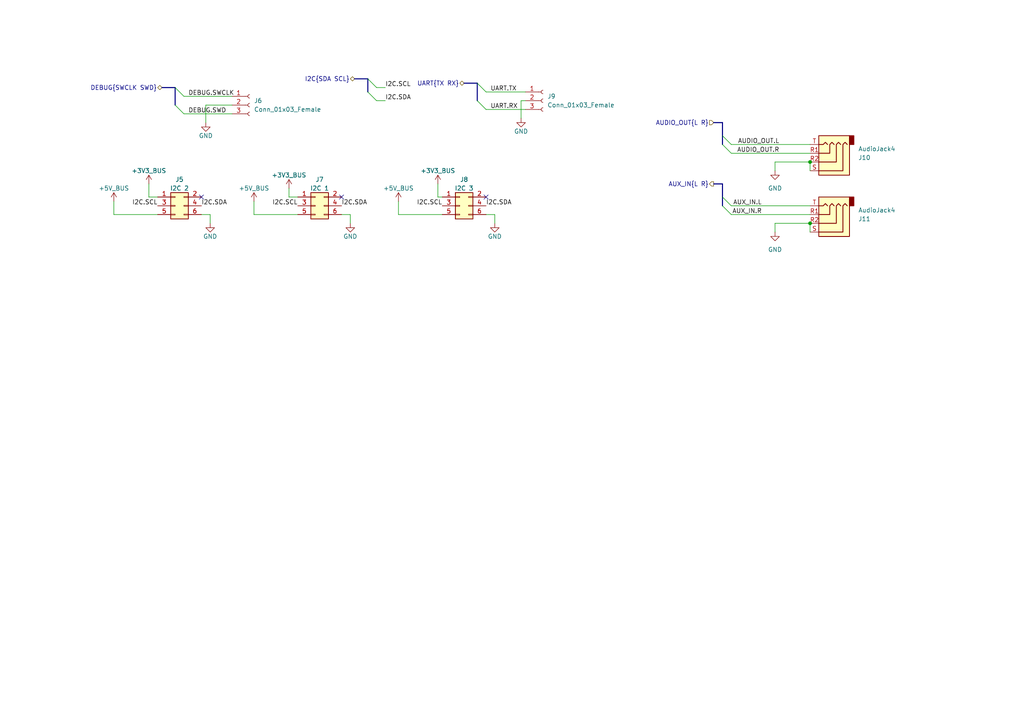
<source format=kicad_sch>
(kicad_sch (version 20221004) (generator eeschema)

  (uuid 41f60a24-fa12-4272-b921-89837736b0b1)

  (paper "A4")

  (lib_symbols
    (symbol "Conn_01x03_Female_1" (pin_names (offset 1.016) hide) (in_bom yes) (on_board yes)
      (property "Reference" "J" (at 0 5.08 0)
        (effects (font (size 1.27 1.27)))
      )
      (property "Value" "Conn_01x03_Female" (at 0 -5.08 0)
        (effects (font (size 1.27 1.27)))
      )
      (property "Footprint" "" (at 0 0 0)
        (effects (font (size 1.27 1.27)) hide)
      )
      (property "Datasheet" "~" (at 0 0 0)
        (effects (font (size 1.27 1.27)) hide)
      )
      (property "ki_keywords" "connector" (at 0 0 0)
        (effects (font (size 1.27 1.27)) hide)
      )
      (property "ki_description" "Generic connector, single row, 01x03, script generated (kicad-library-utils/schlib/autogen/connector/)" (at 0 0 0)
        (effects (font (size 1.27 1.27)) hide)
      )
      (property "ki_fp_filters" "Connector*:*_1x??_*" (at 0 0 0)
        (effects (font (size 1.27 1.27)) hide)
      )
      (symbol "Conn_01x03_Female_1_1_1"
        (arc (start 0 -2.032) (mid -0.5058 -2.54) (end 0 -3.048)
          (stroke (width 0.1524) (type default))
          (fill (type none))
        )
        (polyline
          (pts
            (xy -1.27 -2.54)
            (xy -0.508 -2.54)
          )
          (stroke (width 0.1524) (type default))
          (fill (type none))
        )
        (polyline
          (pts
            (xy -1.27 0)
            (xy -0.508 0)
          )
          (stroke (width 0.1524) (type default))
          (fill (type none))
        )
        (polyline
          (pts
            (xy -1.27 2.54)
            (xy -0.508 2.54)
          )
          (stroke (width 0.1524) (type default))
          (fill (type none))
        )
        (arc (start 0 0.508) (mid -0.5058 0) (end 0 -0.508)
          (stroke (width 0.1524) (type default))
          (fill (type none))
        )
        (arc (start 0 3.048) (mid -0.5058 2.54) (end 0 2.032)
          (stroke (width 0.1524) (type default))
          (fill (type none))
        )
        (pin passive line (at -5.08 2.54 0) (length 3.81)
          (name "Pin_1" (effects (font (size 1.27 1.27))))
          (number "1" (effects (font (size 1.27 1.27))))
        )
        (pin passive line (at -5.08 0 0) (length 3.81)
          (name "Pin_2" (effects (font (size 1.27 1.27))))
          (number "2" (effects (font (size 1.27 1.27))))
        )
        (pin passive line (at -5.08 -2.54 0) (length 3.81)
          (name "Pin_3" (effects (font (size 1.27 1.27))))
          (number "3" (effects (font (size 1.27 1.27))))
        )
      )
    )
    (symbol "Connector:AudioJack4" (in_bom yes) (on_board yes)
      (property "Reference" "J" (at 0 8.89 0)
        (effects (font (size 1.27 1.27)))
      )
      (property "Value" "AudioJack4" (at 0 6.35 0)
        (effects (font (size 1.27 1.27)))
      )
      (property "Footprint" "" (at 0 0 0)
        (effects (font (size 1.27 1.27)) hide)
      )
      (property "Datasheet" "~" (at 0 0 0)
        (effects (font (size 1.27 1.27)) hide)
      )
      (property "ki_keywords" "audio jack receptacle stereo headphones TRRS connector" (at 0 0 0)
        (effects (font (size 1.27 1.27)) hide)
      )
      (property "ki_description" "Audio Jack, 4 Poles (TRRS)" (at 0 0 0)
        (effects (font (size 1.27 1.27)) hide)
      )
      (property "ki_fp_filters" "Jack*" (at 0 0 0)
        (effects (font (size 1.27 1.27)) hide)
      )
      (symbol "AudioJack4_0_1"
        (rectangle (start -6.35 -5.08) (end -7.62 -7.62)
          (stroke (width 0.254) (type default))
          (fill (type outline))
        )
        (polyline
          (pts
            (xy 0 -5.08)
            (xy 0.635 -5.715)
            (xy 1.27 -5.08)
            (xy 2.54 -5.08)
          )
          (stroke (width 0.254) (type default))
          (fill (type none))
        )
        (polyline
          (pts
            (xy -5.715 -5.08)
            (xy -5.08 -5.715)
            (xy -4.445 -5.08)
            (xy -4.445 2.54)
            (xy 2.54 2.54)
          )
          (stroke (width 0.254) (type default))
          (fill (type none))
        )
        (polyline
          (pts
            (xy -1.905 -5.08)
            (xy -1.27 -5.715)
            (xy -0.635 -5.08)
            (xy -0.635 -2.54)
            (xy 2.54 -2.54)
          )
          (stroke (width 0.254) (type default))
          (fill (type none))
        )
        (polyline
          (pts
            (xy 2.54 0)
            (xy -2.54 0)
            (xy -2.54 -5.08)
            (xy -3.175 -5.715)
            (xy -3.81 -5.08)
          )
          (stroke (width 0.254) (type default))
          (fill (type none))
        )
        (rectangle (start 2.54 3.81) (end -6.35 -7.62)
          (stroke (width 0.254) (type default))
          (fill (type background))
        )
      )
      (symbol "AudioJack4_1_1"
        (pin passive line (at 5.08 -2.54 180) (length 2.54)
          (name "~" (effects (font (size 1.27 1.27))))
          (number "R1" (effects (font (size 1.27 1.27))))
        )
        (pin passive line (at 5.08 0 180) (length 2.54)
          (name "~" (effects (font (size 1.27 1.27))))
          (number "R2" (effects (font (size 1.27 1.27))))
        )
        (pin passive line (at 5.08 2.54 180) (length 2.54)
          (name "~" (effects (font (size 1.27 1.27))))
          (number "S" (effects (font (size 1.27 1.27))))
        )
        (pin passive line (at 5.08 -5.08 180) (length 2.54)
          (name "~" (effects (font (size 1.27 1.27))))
          (number "T" (effects (font (size 1.27 1.27))))
        )
      )
    )
    (symbol "Connector:Conn_01x03_Female" (pin_names (offset 1.016) hide) (in_bom yes) (on_board yes)
      (property "Reference" "J" (at 0 5.08 0)
        (effects (font (size 1.27 1.27)))
      )
      (property "Value" "Conn_01x03_Female" (at 0 -5.08 0)
        (effects (font (size 1.27 1.27)))
      )
      (property "Footprint" "" (at 0 0 0)
        (effects (font (size 1.27 1.27)) hide)
      )
      (property "Datasheet" "~" (at 0 0 0)
        (effects (font (size 1.27 1.27)) hide)
      )
      (property "ki_keywords" "connector" (at 0 0 0)
        (effects (font (size 1.27 1.27)) hide)
      )
      (property "ki_description" "Generic connector, single row, 01x03, script generated (kicad-library-utils/schlib/autogen/connector/)" (at 0 0 0)
        (effects (font (size 1.27 1.27)) hide)
      )
      (property "ki_fp_filters" "Connector*:*_1x??_*" (at 0 0 0)
        (effects (font (size 1.27 1.27)) hide)
      )
      (symbol "Conn_01x03_Female_1_1"
        (arc (start 0 -2.032) (mid -0.5058 -2.54) (end 0 -3.048)
          (stroke (width 0.1524) (type default))
          (fill (type none))
        )
        (polyline
          (pts
            (xy -1.27 -2.54)
            (xy -0.508 -2.54)
          )
          (stroke (width 0.1524) (type default))
          (fill (type none))
        )
        (polyline
          (pts
            (xy -1.27 0)
            (xy -0.508 0)
          )
          (stroke (width 0.1524) (type default))
          (fill (type none))
        )
        (polyline
          (pts
            (xy -1.27 2.54)
            (xy -0.508 2.54)
          )
          (stroke (width 0.1524) (type default))
          (fill (type none))
        )
        (arc (start 0 0.508) (mid -0.5058 0) (end 0 -0.508)
          (stroke (width 0.1524) (type default))
          (fill (type none))
        )
        (arc (start 0 3.048) (mid -0.5058 2.54) (end 0 2.032)
          (stroke (width 0.1524) (type default))
          (fill (type none))
        )
        (pin passive line (at -5.08 2.54 0) (length 3.81)
          (name "Pin_1" (effects (font (size 1.27 1.27))))
          (number "1" (effects (font (size 1.27 1.27))))
        )
        (pin passive line (at -5.08 0 0) (length 3.81)
          (name "Pin_2" (effects (font (size 1.27 1.27))))
          (number "2" (effects (font (size 1.27 1.27))))
        )
        (pin passive line (at -5.08 -2.54 0) (length 3.81)
          (name "Pin_3" (effects (font (size 1.27 1.27))))
          (number "3" (effects (font (size 1.27 1.27))))
        )
      )
    )
    (symbol "Connector_Generic:Conn_02x03_Odd_Even" (pin_names (offset 1.016) hide) (in_bom yes) (on_board yes)
      (property "Reference" "J" (at 1.27 5.08 0)
        (effects (font (size 1.27 1.27)))
      )
      (property "Value" "Conn_02x03_Odd_Even" (at 1.27 -5.08 0)
        (effects (font (size 1.27 1.27)))
      )
      (property "Footprint" "" (at 0 0 0)
        (effects (font (size 1.27 1.27)) hide)
      )
      (property "Datasheet" "~" (at 0 0 0)
        (effects (font (size 1.27 1.27)) hide)
      )
      (property "ki_keywords" "connector" (at 0 0 0)
        (effects (font (size 1.27 1.27)) hide)
      )
      (property "ki_description" "Generic connector, double row, 02x03, odd/even pin numbering scheme (row 1 odd numbers, row 2 even numbers), script generated (kicad-library-utils/schlib/autogen/connector/)" (at 0 0 0)
        (effects (font (size 1.27 1.27)) hide)
      )
      (property "ki_fp_filters" "Connector*:*_2x??_*" (at 0 0 0)
        (effects (font (size 1.27 1.27)) hide)
      )
      (symbol "Conn_02x03_Odd_Even_1_1"
        (rectangle (start -1.27 -2.413) (end 0 -2.667)
          (stroke (width 0.1524) (type default))
          (fill (type none))
        )
        (rectangle (start -1.27 0.127) (end 0 -0.127)
          (stroke (width 0.1524) (type default))
          (fill (type none))
        )
        (rectangle (start -1.27 2.667) (end 0 2.413)
          (stroke (width 0.1524) (type default))
          (fill (type none))
        )
        (rectangle (start -1.27 3.81) (end 3.81 -3.81)
          (stroke (width 0.254) (type default))
          (fill (type background))
        )
        (rectangle (start 3.81 -2.413) (end 2.54 -2.667)
          (stroke (width 0.1524) (type default))
          (fill (type none))
        )
        (rectangle (start 3.81 0.127) (end 2.54 -0.127)
          (stroke (width 0.1524) (type default))
          (fill (type none))
        )
        (rectangle (start 3.81 2.667) (end 2.54 2.413)
          (stroke (width 0.1524) (type default))
          (fill (type none))
        )
        (pin passive line (at -5.08 2.54 0) (length 3.81)
          (name "Pin_1" (effects (font (size 1.27 1.27))))
          (number "1" (effects (font (size 1.27 1.27))))
        )
        (pin passive line (at 7.62 2.54 180) (length 3.81)
          (name "Pin_2" (effects (font (size 1.27 1.27))))
          (number "2" (effects (font (size 1.27 1.27))))
        )
        (pin passive line (at -5.08 0 0) (length 3.81)
          (name "Pin_3" (effects (font (size 1.27 1.27))))
          (number "3" (effects (font (size 1.27 1.27))))
        )
        (pin passive line (at 7.62 0 180) (length 3.81)
          (name "Pin_4" (effects (font (size 1.27 1.27))))
          (number "4" (effects (font (size 1.27 1.27))))
        )
        (pin passive line (at -5.08 -2.54 0) (length 3.81)
          (name "Pin_5" (effects (font (size 1.27 1.27))))
          (number "5" (effects (font (size 1.27 1.27))))
        )
        (pin passive line (at 7.62 -2.54 180) (length 3.81)
          (name "Pin_6" (effects (font (size 1.27 1.27))))
          (number "6" (effects (font (size 1.27 1.27))))
        )
      )
    )
    (symbol "power:GND" (power) (pin_names (offset 0)) (in_bom yes) (on_board yes)
      (property "Reference" "#PWR" (at 0 -6.35 0)
        (effects (font (size 1.27 1.27)) hide)
      )
      (property "Value" "GND" (at 0 -3.81 0)
        (effects (font (size 1.27 1.27)))
      )
      (property "Footprint" "" (at 0 0 0)
        (effects (font (size 1.27 1.27)) hide)
      )
      (property "Datasheet" "" (at 0 0 0)
        (effects (font (size 1.27 1.27)) hide)
      )
      (property "ki_keywords" "power-flag" (at 0 0 0)
        (effects (font (size 1.27 1.27)) hide)
      )
      (property "ki_description" "Power symbol creates a global label with name \"GND\" , ground" (at 0 0 0)
        (effects (font (size 1.27 1.27)) hide)
      )
      (symbol "GND_0_1"
        (polyline
          (pts
            (xy 0 0)
            (xy 0 -1.27)
            (xy 1.27 -1.27)
            (xy 0 -2.54)
            (xy -1.27 -1.27)
            (xy 0 -1.27)
          )
          (stroke (width 0) (type default))
          (fill (type none))
        )
      )
      (symbol "GND_1_1"
        (pin power_in line (at 0 0 270) (length 0) hide
          (name "GND" (effects (font (size 1.27 1.27))))
          (number "1" (effects (font (size 1.27 1.27))))
        )
      )
    )
    (symbol "project_power:+3V3_BUS" (power) (pin_names (offset 0)) (in_bom yes) (on_board yes)
      (property "Reference" "#PWR" (at 0 -3.81 0)
        (effects (font (size 1.27 1.27)) hide)
      )
      (property "Value" "+3V3_BUS" (at 0 3.556 0)
        (effects (font (size 1.27 1.27)))
      )
      (property "Footprint" "" (at 0 0 0)
        (effects (font (size 1.27 1.27)) hide)
      )
      (property "Datasheet" "" (at 0 0 0)
        (effects (font (size 1.27 1.27)) hide)
      )
      (property "ki_keywords" "power-flag" (at 0 0 0)
        (effects (font (size 1.27 1.27)) hide)
      )
      (property "ki_description" "Power symbol creates a global label with name \"+5V\"" (at 0 0 0)
        (effects (font (size 1.27 1.27)) hide)
      )
      (symbol "+3V3_BUS_0_1"
        (polyline
          (pts
            (xy -0.762 1.27)
            (xy 0 2.54)
          )
          (stroke (width 0) (type default))
          (fill (type none))
        )
        (polyline
          (pts
            (xy 0 0)
            (xy 0 2.54)
          )
          (stroke (width 0) (type default))
          (fill (type none))
        )
        (polyline
          (pts
            (xy 0 2.54)
            (xy 0.762 1.27)
          )
          (stroke (width 0) (type default))
          (fill (type none))
        )
      )
      (symbol "+3V3_BUS_1_1"
        (pin power_in line (at 0 0 90) (length 0) hide
          (name "+3V3_BUS" (effects (font (size 1.27 1.27))))
          (number "1" (effects (font (size 1.27 1.27))))
        )
      )
    )
    (symbol "project_power:+5V_BUS" (power) (pin_names (offset 0)) (in_bom yes) (on_board yes)
      (property "Reference" "#PWR" (at 0 -3.81 0)
        (effects (font (size 1.27 1.27)) hide)
      )
      (property "Value" "+5V_BUS" (at 0 3.556 0)
        (effects (font (size 1.27 1.27)))
      )
      (property "Footprint" "" (at 0 0 0)
        (effects (font (size 1.27 1.27)) hide)
      )
      (property "Datasheet" "" (at 0 0 0)
        (effects (font (size 1.27 1.27)) hide)
      )
      (property "ki_keywords" "power-flag" (at 0 0 0)
        (effects (font (size 1.27 1.27)) hide)
      )
      (property "ki_description" "Power symbol creates a global label with name \"+5V\"" (at 0 0 0)
        (effects (font (size 1.27 1.27)) hide)
      )
      (symbol "+5V_BUS_0_1"
        (polyline
          (pts
            (xy -0.762 1.27)
            (xy 0 2.54)
          )
          (stroke (width 0) (type default))
          (fill (type none))
        )
        (polyline
          (pts
            (xy 0 0)
            (xy 0 2.54)
          )
          (stroke (width 0) (type default))
          (fill (type none))
        )
        (polyline
          (pts
            (xy 0 2.54)
            (xy 0.762 1.27)
          )
          (stroke (width 0) (type default))
          (fill (type none))
        )
      )
      (symbol "+5V_BUS_1_1"
        (pin power_in line (at 0 0 90) (length 0) hide
          (name "+5V_BUS" (effects (font (size 1.27 1.27))))
          (number "1" (effects (font (size 1.27 1.27))))
        )
      )
    )
  )

  (junction (at 234.95 46.99) (diameter 0) (color 0 0 0 0)
    (uuid 53c50d8a-a733-430e-a724-e11b621493f3)
  )
  (junction (at 234.95 64.77) (diameter 0) (color 0 0 0 0)
    (uuid 5e4579c3-5b48-4243-b8a8-aca5ab05c41e)
  )

  (no_connect (at 99.06 57.15) (uuid 1f44c433-6b86-49f5-ad86-5351c100775c))
  (no_connect (at 58.42 57.15) (uuid 49af0178-3caa-4d36-93e9-0bb9e6ce9e33))
  (no_connect (at 140.97 57.15) (uuid 7ffc4a8a-93d3-40f9-bc9f-ec51aa61fc7f))

  (bus_entry (at 209.55 41.91) (size 2.54 2.54)
    (stroke (width 0) (type default))
    (uuid 208fd31b-87d8-4495-9ccc-e8e56ddf0b76)
  )
  (bus_entry (at 138.43 29.21) (size 2.54 2.54)
    (stroke (width 0) (type default))
    (uuid 248e3f8d-3fd7-4ec8-924e-abbeee93e25f)
  )
  (bus_entry (at 106.68 22.86) (size 2.54 2.54)
    (stroke (width 0) (type default))
    (uuid 40aef1ae-9824-461a-9819-6ae8e30c9e4c)
  )
  (bus_entry (at 138.43 24.13) (size 2.54 2.54)
    (stroke (width 0) (type default))
    (uuid 545b41d1-a54c-468a-b6e8-81b3cf80f156)
  )
  (bus_entry (at 50.8 25.4) (size 2.54 2.54)
    (stroke (width 0) (type default))
    (uuid 7a0bd905-d9bc-44a6-a184-44449252d5a8)
  )
  (bus_entry (at 209.55 57.15) (size 2.54 2.54)
    (stroke (width 0) (type default))
    (uuid 8e836104-b3d2-46a4-aabe-66222fe3a198)
  )
  (bus_entry (at 106.68 26.67) (size 2.54 2.54)
    (stroke (width 0) (type default))
    (uuid 92f4d242-bec5-4117-b59f-0184db3ce29d)
  )
  (bus_entry (at 209.55 39.37) (size 2.54 2.54)
    (stroke (width 0) (type default))
    (uuid 93029c03-ecc8-4bbc-a595-26f9e458ef15)
  )
  (bus_entry (at 50.8 30.48) (size 2.54 2.54)
    (stroke (width 0) (type default))
    (uuid 97812d3c-13ba-4d04-8c1f-4a41483c490e)
  )
  (bus_entry (at 209.55 59.69) (size 2.54 2.54)
    (stroke (width 0) (type default))
    (uuid ce4f89b7-9416-441c-b22b-7ccc757d9a17)
  )

  (bus (pts (xy 207.01 35.56) (xy 209.55 35.56))
    (stroke (width 0) (type default))
    (uuid 0252f093-7a79-404a-a362-e04e2af2b490)
  )

  (wire (pts (xy 115.57 62.23) (xy 128.27 62.23))
    (stroke (width 0) (type default))
    (uuid 06b1361c-1f99-4df0-8936-0483862e03a6)
  )
  (bus (pts (xy 209.55 59.69) (xy 209.55 57.15))
    (stroke (width 0) (type default))
    (uuid 091bed11-b752-4efd-a76b-f03261fc6d14)
  )

  (wire (pts (xy 140.97 26.67) (xy 152.4 26.67))
    (stroke (width 0) (type default))
    (uuid 092fc6c9-e85e-44c7-bca2-6ff9e62f8a59)
  )
  (wire (pts (xy 43.18 53.34) (xy 43.18 57.15))
    (stroke (width 0) (type default))
    (uuid 12a0250f-7018-48fe-96a5-48783e7de43d)
  )
  (wire (pts (xy 224.79 67.31) (xy 224.79 64.77))
    (stroke (width 0) (type default))
    (uuid 1e7606bc-a56e-4431-80f1-6cfc84eebf8a)
  )
  (wire (pts (xy 224.79 49.53) (xy 224.79 46.99))
    (stroke (width 0) (type default))
    (uuid 24b0c2e5-52e8-417e-9a1e-9abdfd2571d3)
  )
  (wire (pts (xy 60.96 62.23) (xy 58.42 62.23))
    (stroke (width 0) (type default))
    (uuid 25b8bcbc-c9a6-4cb6-90a1-800d71281c95)
  )
  (wire (pts (xy 140.97 31.75) (xy 152.4 31.75))
    (stroke (width 0) (type default))
    (uuid 3def7027-9840-4261-8a99-7dde1b20711f)
  )
  (wire (pts (xy 83.82 54.61) (xy 83.82 57.15))
    (stroke (width 0) (type default))
    (uuid 3fe0c172-c0b9-4d57-977b-837224035315)
  )
  (wire (pts (xy 234.95 67.31) (xy 234.95 64.77))
    (stroke (width 0) (type default))
    (uuid 41a3e22b-f73f-411b-be4a-e103bc26d116)
  )
  (wire (pts (xy 101.6 64.77) (xy 101.6 62.23))
    (stroke (width 0) (type default))
    (uuid 4308974f-cb91-4858-8e01-4787059b97de)
  )
  (wire (pts (xy 101.6 62.23) (xy 99.06 62.23))
    (stroke (width 0) (type default))
    (uuid 4642515f-1b00-46b6-b7f1-1e611ca14c15)
  )
  (wire (pts (xy 53.34 33.02) (xy 67.31 33.02))
    (stroke (width 0) (type default))
    (uuid 51592e15-148d-4ae5-9c16-774563401d0e)
  )
  (wire (pts (xy 152.4 29.21) (xy 151.13 29.21))
    (stroke (width 0) (type default))
    (uuid 535cec4d-533b-4668-ae02-4bb65a496181)
  )
  (wire (pts (xy 109.22 29.21) (xy 111.76 29.21))
    (stroke (width 0) (type default))
    (uuid 54701ce4-73ab-4f01-83be-395b807982f5)
  )
  (wire (pts (xy 59.69 30.48) (xy 59.69 35.56))
    (stroke (width 0) (type default))
    (uuid 59d642df-09bd-498e-afcd-65ab1719aa0f)
  )
  (bus (pts (xy 138.43 24.13) (xy 138.43 29.21))
    (stroke (width 0) (type default))
    (uuid 5e105152-954d-46d3-8cfb-b1ba8e696c55)
  )

  (wire (pts (xy 212.09 41.91) (xy 234.95 41.91))
    (stroke (width 0) (type default))
    (uuid 5f3c211e-8027-40e4-a73e-55593ae10154)
  )
  (wire (pts (xy 83.82 57.15) (xy 86.36 57.15))
    (stroke (width 0) (type default))
    (uuid 65bbcc80-1cbd-4d79-a848-330ef855a415)
  )
  (wire (pts (xy 212.09 59.69) (xy 234.95 59.69))
    (stroke (width 0) (type default))
    (uuid 6eccb51b-16f2-4c7f-98bb-9ca6a1e7a4bc)
  )
  (bus (pts (xy 50.8 25.4) (xy 50.8 30.48))
    (stroke (width 0) (type default))
    (uuid 742e2729-3b7f-42e1-8f10-5ecd04cabe19)
  )

  (wire (pts (xy 127 57.15) (xy 128.27 57.15))
    (stroke (width 0) (type default))
    (uuid 7774fc2c-ea9d-4534-8275-d79f56eab767)
  )
  (bus (pts (xy 134.62 24.13) (xy 138.43 24.13))
    (stroke (width 0) (type default))
    (uuid 790d690c-fc40-4877-a588-662b8a653312)
  )

  (wire (pts (xy 234.95 49.53) (xy 234.95 46.99))
    (stroke (width 0) (type default))
    (uuid 7b29e67d-dce9-4fe0-b4e4-885af4fb6a03)
  )
  (bus (pts (xy 207.01 53.34) (xy 209.55 53.34))
    (stroke (width 0) (type default))
    (uuid 8632b7fb-cd2f-494c-a03d-a18d041b1303)
  )

  (wire (pts (xy 151.13 29.21) (xy 151.13 34.29))
    (stroke (width 0) (type default))
    (uuid 87d59f43-f0b0-4d05-ac65-f69d955f806d)
  )
  (wire (pts (xy 73.66 58.42) (xy 73.66 62.23))
    (stroke (width 0) (type default))
    (uuid a2f768c6-de73-4644-9c8c-b6d0d019bf2a)
  )
  (wire (pts (xy 143.51 62.23) (xy 140.97 62.23))
    (stroke (width 0) (type default))
    (uuid a9de8eff-1acf-4b25-94d9-976cf15718a9)
  )
  (wire (pts (xy 67.31 30.48) (xy 59.69 30.48))
    (stroke (width 0) (type default))
    (uuid ae72df68-8d77-4713-ac89-96cd971abdd1)
  )
  (wire (pts (xy 115.57 58.42) (xy 115.57 62.23))
    (stroke (width 0) (type default))
    (uuid b416b77b-5782-4c77-9134-67529df25041)
  )
  (wire (pts (xy 127 53.34) (xy 127 57.15))
    (stroke (width 0) (type default))
    (uuid b5496522-32b0-4e48-9bb2-2290208355ad)
  )
  (bus (pts (xy 209.55 41.91) (xy 209.55 39.37))
    (stroke (width 0) (type default))
    (uuid baee7d63-ee87-4f06-9f75-93ec42b2664d)
  )
  (bus (pts (xy 106.68 22.86) (xy 102.87 22.86))
    (stroke (width 0) (type default))
    (uuid bbe14cf8-58c0-4dc4-a8b2-ba14b392a1cc)
  )

  (wire (pts (xy 45.72 57.15) (xy 43.18 57.15))
    (stroke (width 0) (type default))
    (uuid c110ba5f-04be-40d7-9e76-49bdb24426fe)
  )
  (wire (pts (xy 143.51 64.77) (xy 143.51 62.23))
    (stroke (width 0) (type default))
    (uuid c2776a58-90cf-4a2e-b725-af9a78349942)
  )
  (wire (pts (xy 109.22 25.4) (xy 111.76 25.4))
    (stroke (width 0) (type default))
    (uuid c612ff72-12d3-4179-9c01-73937b54f402)
  )
  (wire (pts (xy 212.09 44.45) (xy 234.95 44.45))
    (stroke (width 0) (type default))
    (uuid c959d570-bae2-4db5-9c6f-e59c8362c0c3)
  )
  (bus (pts (xy 209.55 39.37) (xy 209.55 35.56))
    (stroke (width 0) (type default))
    (uuid d3341e39-619a-4cca-82ca-09073907db76)
  )

  (wire (pts (xy 224.79 46.99) (xy 234.95 46.99))
    (stroke (width 0) (type default))
    (uuid d66fdc01-4eb0-43dc-b740-9155cc70b305)
  )
  (wire (pts (xy 60.96 64.77) (xy 60.96 62.23))
    (stroke (width 0) (type default))
    (uuid dc2a1d00-423d-4ced-8366-2c869eba8a6c)
  )
  (wire (pts (xy 33.02 58.42) (xy 33.02 62.23))
    (stroke (width 0) (type default))
    (uuid e0bc23a6-0593-4ba3-9829-ca5c2695890d)
  )
  (wire (pts (xy 53.34 27.94) (xy 67.31 27.94))
    (stroke (width 0) (type default))
    (uuid ed3b5b2e-4cb8-44d8-a56e-03efd3c590af)
  )
  (bus (pts (xy 209.55 57.15) (xy 209.55 53.34))
    (stroke (width 0) (type default))
    (uuid ee07c4c9-a9ce-45b3-84dd-b2c41e50afa5)
  )

  (wire (pts (xy 33.02 62.23) (xy 45.72 62.23))
    (stroke (width 0) (type default))
    (uuid eee75894-78c4-44bc-a127-a307f004c373)
  )
  (bus (pts (xy 46.99 25.4) (xy 50.8 25.4))
    (stroke (width 0) (type default))
    (uuid f1344241-1b32-4ed7-bc2e-70bb4b57e57e)
  )

  (wire (pts (xy 224.79 64.77) (xy 234.95 64.77))
    (stroke (width 0) (type default))
    (uuid f1c4b708-e017-4f1b-b01e-f5450c7f6e1f)
  )
  (wire (pts (xy 212.09 62.23) (xy 234.95 62.23))
    (stroke (width 0) (type default))
    (uuid f57f0002-4d38-4e47-9537-d853a2184f06)
  )
  (bus (pts (xy 106.68 22.86) (xy 106.68 26.67))
    (stroke (width 0) (type default))
    (uuid fe222478-d776-42ff-a867-79d43fc4220f)
  )

  (wire (pts (xy 73.66 62.23) (xy 86.36 62.23))
    (stroke (width 0) (type default))
    (uuid fea3fa5e-b38e-44b7-9a40-ab8d281caeeb)
  )

  (label "I2C.SCL" (at 45.72 59.69 180) (fields_autoplaced)
    (effects (font (size 1.27 1.27)) (justify right bottom))
    (uuid 0c090350-9584-4b77-b310-68a8bf0d7644)
  )
  (label "I2C.SCL" (at 86.36 59.69 180) (fields_autoplaced)
    (effects (font (size 1.27 1.27)) (justify right bottom))
    (uuid 19701bd0-21d8-4e3a-a5b8-4a4698ee640a)
  )
  (label "UART.TX" (at 142.24 26.67 0) (fields_autoplaced)
    (effects (font (size 1.27 1.27)) (justify left bottom))
    (uuid 2aef6a65-6f9d-4761-82ce-1f0ec8cd852a)
  )
  (label "AUX_IN.L" (at 220.98 59.69 180) (fields_autoplaced)
    (effects (font (size 1.27 1.27)) (justify right bottom))
    (uuid 2c36b793-253b-42f1-a60c-15e067672ef0)
  )
  (label "I2C.SDA" (at 140.97 59.69 0) (fields_autoplaced)
    (effects (font (size 1.27 1.27)) (justify left bottom))
    (uuid 4c09a25b-992f-4dad-85fe-cceab80bd47f)
  )
  (label "I2C.SDA" (at 58.42 59.69 0) (fields_autoplaced)
    (effects (font (size 1.27 1.27)) (justify left bottom))
    (uuid 5bcb9695-aa99-46cf-9a13-b2726cfdb0b4)
  )
  (label "DEBUG.SWD" (at 54.61 33.02 0) (fields_autoplaced)
    (effects (font (size 1.27 1.27)) (justify left bottom))
    (uuid 5db5ab40-eaea-4489-9516-a3539411cc4f)
  )
  (label "AUDIO_OUT.R" (at 226.06 44.45 180) (fields_autoplaced)
    (effects (font (size 1.27 1.27)) (justify right bottom))
    (uuid 6bc2ef14-f318-48ad-ab5a-7cdf9312326d)
  )
  (label "I2C.SDA" (at 99.06 59.69 0) (fields_autoplaced)
    (effects (font (size 1.27 1.27)) (justify left bottom))
    (uuid 8d51fcc5-bf69-4d28-80e8-1b607745d1e7)
  )
  (label "AUX_IN.R" (at 220.98 62.23 180) (fields_autoplaced)
    (effects (font (size 1.27 1.27)) (justify right bottom))
    (uuid a3bb3b5c-9deb-4fd6-92e1-b92875463d29)
  )
  (label "I2C.SDA" (at 111.76 29.21 0) (fields_autoplaced)
    (effects (font (size 1.27 1.27)) (justify left bottom))
    (uuid a4229e2c-c0c9-4c07-90ab-ac509591cd93)
  )
  (label "DEBUG.SWCLK" (at 54.61 27.94 0) (fields_autoplaced)
    (effects (font (size 1.27 1.27)) (justify left bottom))
    (uuid b019f1dd-8ce2-4efb-897f-8345a5592817)
  )
  (label "AUDIO_OUT.L" (at 226.06 41.91 180) (fields_autoplaced)
    (effects (font (size 1.27 1.27)) (justify right bottom))
    (uuid b516fdd0-d2b2-4db6-873a-9f7b51b1ee36)
  )
  (label "I2C.SCL" (at 128.27 59.69 180) (fields_autoplaced)
    (effects (font (size 1.27 1.27)) (justify right bottom))
    (uuid c2974470-d4ab-48e4-ba27-8a11c3e4ff87)
  )
  (label "UART.RX" (at 142.24 31.75 0) (fields_autoplaced)
    (effects (font (size 1.27 1.27)) (justify left bottom))
    (uuid cbbf8d36-0e4c-4e88-86e0-2879c98f7474)
  )
  (label "I2C.SCL" (at 111.76 25.4 0) (fields_autoplaced)
    (effects (font (size 1.27 1.27)) (justify left bottom))
    (uuid fba30b8b-2a92-447c-9dec-e1dcf6092d4a)
  )

  (hierarchical_label "UART{TX RX}" (shape bidirectional) (at 134.62 24.13 180) (fields_autoplaced)
    (effects (font (size 1.27 1.27)) (justify right))
    (uuid 1fbb5355-4621-42d3-b32b-5b68d923981c)
  )
  (hierarchical_label "AUDIO_OUT{L R}" (shape input) (at 207.01 35.56 180) (fields_autoplaced)
    (effects (font (size 1.27 1.27)) (justify right))
    (uuid 4e13af36-70dc-4538-abd3-983354ee4788)
  )
  (hierarchical_label "AUX_IN{L R}" (shape output) (at 207.01 53.34 180) (fields_autoplaced)
    (effects (font (size 1.27 1.27)) (justify right))
    (uuid aa0d15fd-3335-4bbf-8393-9bbaa528fda4)
  )
  (hierarchical_label "DEBUG{SWCLK SWD}" (shape bidirectional) (at 46.99 25.4 180) (fields_autoplaced)
    (effects (font (size 1.27 1.27)) (justify right))
    (uuid adcb19f5-7f06-4fd2-b978-fa9ea0dbbb3a)
  )
  (hierarchical_label "I2C{SDA SCL}" (shape bidirectional) (at 102.87 22.86 180) (fields_autoplaced)
    (effects (font (size 1.27 1.27)) (justify right))
    (uuid ef0a1b34-ad9c-40df-93f4-22fe7b2ffcda)
  )

  (symbol (lib_id "Connector_Generic:Conn_02x03_Odd_Even") (at 91.44 59.69 0) (unit 1)
    (in_bom yes) (on_board yes) (dnp no)
    (uuid 017ab962-2268-45c3-adce-cc8a988643e2)
    (property "Reference" "J7" (at 92.71 52.07 0)
      (effects (font (size 1.27 1.27)))
    )
    (property "Value" "I2C 1" (at 92.71 54.61 0)
      (effects (font (size 1.27 1.27)))
    )
    (property "Footprint" "Connector_PinHeader_2.54mm:PinHeader_2x03_P2.54mm_Vertical" (at 91.44 59.69 0)
      (effects (font (size 1.27 1.27)) hide)
    )
    (property "Datasheet" "~" (at 91.44 59.69 0)
      (effects (font (size 1.27 1.27)) hide)
    )
    (pin "1" (uuid 2cd1a02a-c70e-46ca-a220-f4dffc3007fb))
    (pin "2" (uuid a74fd5c3-9070-4ea4-9329-fde40ac7f127))
    (pin "3" (uuid 7df2ef82-2e69-47b2-b5b4-6f9336b275a6))
    (pin "4" (uuid ab17dca3-3a60-4e9e-bddf-46bfaf2a8b08))
    (pin "5" (uuid 0d21c095-cb25-4e07-9b80-0124fdf11e07))
    (pin "6" (uuid 6a84891a-e169-4d7a-8309-03d89c2ac9e9))
    (instances
      (project "mainboard"
        (path "/e63e39d7-6ac0-4ffd-8aa3-1841a4541b55/ee636c63-5fee-42d9-b500-aef9f04ef5c4/2f8d2ed3-bd82-4f8a-ae27-6fa7e5d02426"
          (reference "J7") (unit 1) (value "I2C 1") (footprint "Connector_PinHeader_2.54mm:PinHeader_2x03_P2.54mm_Vertical")
        )
      )
    )
  )

  (symbol (lib_id "Connector:AudioJack4") (at 240.03 64.77 180) (unit 1)
    (in_bom yes) (on_board yes) (dnp no)
    (uuid 0383a7d2-a0a4-44e9-999a-3691393f64b8)
    (property "Reference" "J11" (at 248.92 63.5 0)
      (effects (font (size 1.27 1.27)) (justify right))
    )
    (property "Value" "AudioJack4" (at 248.92 60.96 0)
      (effects (font (size 1.27 1.27)) (justify right))
    )
    (property "Footprint" "Connector_Audio:Jack_3.5mm_PJ320D_Horizontal" (at 240.03 64.77 0)
      (effects (font (size 1.27 1.27)) hide)
    )
    (property "Datasheet" "~" (at 240.03 64.77 0)
      (effects (font (size 1.27 1.27)) hide)
    )
    (pin "R1" (uuid 4cfd07ea-ac3b-43e6-bdf1-2b54fcce8c56))
    (pin "R2" (uuid a27db2e8-75cc-4d33-9e1c-4192538da7e4))
    (pin "S" (uuid e42dfe7d-643d-44ae-b9e2-909c57481e8d))
    (pin "T" (uuid e8053e0d-3d72-4153-9f8e-821a5ac6b544))
    (instances
      (project "mainboard"
        (path "/e63e39d7-6ac0-4ffd-8aa3-1841a4541b55/ee636c63-5fee-42d9-b500-aef9f04ef5c4/2f8d2ed3-bd82-4f8a-ae27-6fa7e5d02426"
          (reference "J11") (unit 1) (value "AudioJack4") (footprint "Connector_Audio:Jack_3.5mm_PJ320D_Horizontal")
        )
      )
    )
  )

  (symbol (lib_id "Connector_Generic:Conn_02x03_Odd_Even") (at 50.8 59.69 0) (unit 1)
    (in_bom yes) (on_board yes) (dnp no)
    (uuid 0f049b49-9de6-438e-8aa1-82a46141d8cb)
    (property "Reference" "J5" (at 52.07 52.07 0)
      (effects (font (size 1.27 1.27)))
    )
    (property "Value" "I2C 2" (at 52.07 54.61 0)
      (effects (font (size 1.27 1.27)))
    )
    (property "Footprint" "Connector_PinHeader_2.54mm:PinHeader_2x03_P2.54mm_Vertical" (at 50.8 59.69 0)
      (effects (font (size 1.27 1.27)) hide)
    )
    (property "Datasheet" "~" (at 50.8 59.69 0)
      (effects (font (size 1.27 1.27)) hide)
    )
    (pin "1" (uuid fbd25103-4c85-403e-80ee-813b18abea53))
    (pin "2" (uuid 010fed69-75c7-42b5-a2a6-a178fb919a86))
    (pin "3" (uuid 90078494-269c-461c-87f8-218b1b0fb8ad))
    (pin "4" (uuid 4b70e7ef-dc53-4e66-9f2c-a38d68100b7f))
    (pin "5" (uuid b6ea701d-4f7c-4dcf-98d0-bab0266e1c5d))
    (pin "6" (uuid 46e358f4-28b1-454c-a9c3-141b17d0706e))
    (instances
      (project "mainboard"
        (path "/e63e39d7-6ac0-4ffd-8aa3-1841a4541b55/ee636c63-5fee-42d9-b500-aef9f04ef5c4/2f8d2ed3-bd82-4f8a-ae27-6fa7e5d02426"
          (reference "J5") (unit 1) (value "I2C 2") (footprint "Connector_PinHeader_2.54mm:PinHeader_2x03_P2.54mm_Vertical")
        )
      )
    )
  )

  (symbol (lib_id "project_power:+3V3_BUS") (at 83.82 54.61 0) (unit 1)
    (in_bom yes) (on_board yes) (dnp no) (fields_autoplaced)
    (uuid 1442e007-e4d3-436c-b27a-a202f88f7459)
    (property "Reference" "#PWR0124" (at 83.82 58.42 0)
      (effects (font (size 1.27 1.27)) hide)
    )
    (property "Value" "+3V3_BUS" (at 83.82 50.8 0)
      (effects (font (size 1.27 1.27)))
    )
    (property "Footprint" "" (at 83.82 54.61 0)
      (effects (font (size 1.27 1.27)) hide)
    )
    (property "Datasheet" "" (at 83.82 54.61 0)
      (effects (font (size 1.27 1.27)) hide)
    )
    (pin "1" (uuid a3fbd9a3-3f46-4517-b1dc-a8a80f71f7d2))
    (instances
      (project "mainboard"
        (path "/e63e39d7-6ac0-4ffd-8aa3-1841a4541b55/ee636c63-5fee-42d9-b500-aef9f04ef5c4/2f8d2ed3-bd82-4f8a-ae27-6fa7e5d02426"
          (reference "#PWR0124") (unit 1) (value "+3V3_BUS") (footprint "")
        )
      )
    )
  )

  (symbol (lib_id "power:GND") (at 143.51 64.77 0) (unit 1)
    (in_bom yes) (on_board yes) (dnp no)
    (uuid 39db3a11-5402-4903-bd79-52a900ca3091)
    (property "Reference" "#PWR0109" (at 143.51 71.12 0)
      (effects (font (size 1.27 1.27)) hide)
    )
    (property "Value" "GND" (at 143.51 68.58 0)
      (effects (font (size 1.27 1.27)))
    )
    (property "Footprint" "" (at 143.51 64.77 0)
      (effects (font (size 1.27 1.27)) hide)
    )
    (property "Datasheet" "" (at 143.51 64.77 0)
      (effects (font (size 1.27 1.27)) hide)
    )
    (pin "1" (uuid d2c0deab-e0e6-43cc-9472-da9e1eae6674))
    (instances
      (project "mainboard"
        (path "/e63e39d7-6ac0-4ffd-8aa3-1841a4541b55/ee636c63-5fee-42d9-b500-aef9f04ef5c4/2f8d2ed3-bd82-4f8a-ae27-6fa7e5d02426"
          (reference "#PWR0109") (unit 1) (value "GND") (footprint "")
        )
      )
    )
  )

  (symbol (lib_id "power:GND") (at 60.96 64.77 0) (unit 1)
    (in_bom yes) (on_board yes) (dnp no)
    (uuid 4ce575c2-ad8c-40d1-8022-19247ae085b6)
    (property "Reference" "#PWR0130" (at 60.96 71.12 0)
      (effects (font (size 1.27 1.27)) hide)
    )
    (property "Value" "GND" (at 60.96 68.58 0)
      (effects (font (size 1.27 1.27)))
    )
    (property "Footprint" "" (at 60.96 64.77 0)
      (effects (font (size 1.27 1.27)) hide)
    )
    (property "Datasheet" "" (at 60.96 64.77 0)
      (effects (font (size 1.27 1.27)) hide)
    )
    (pin "1" (uuid c95deeaa-0efc-4da3-ba0c-67d29d1a0a4a))
    (instances
      (project "mainboard"
        (path "/e63e39d7-6ac0-4ffd-8aa3-1841a4541b55/ee636c63-5fee-42d9-b500-aef9f04ef5c4/2f8d2ed3-bd82-4f8a-ae27-6fa7e5d02426"
          (reference "#PWR0130") (unit 1) (value "GND") (footprint "")
        )
      )
    )
  )

  (symbol (lib_id "project_power:+5V_BUS") (at 33.02 58.42 0) (unit 1)
    (in_bom yes) (on_board yes) (dnp no)
    (uuid 528c2b36-69c8-431e-897c-53b0ad6d3535)
    (property "Reference" "#PWR0120" (at 33.02 62.23 0)
      (effects (font (size 1.27 1.27)) hide)
    )
    (property "Value" "+5V_BUS" (at 33.02 54.61 0)
      (effects (font (size 1.27 1.27)))
    )
    (property "Footprint" "" (at 33.02 58.42 0)
      (effects (font (size 1.27 1.27)) hide)
    )
    (property "Datasheet" "" (at 33.02 58.42 0)
      (effects (font (size 1.27 1.27)) hide)
    )
    (pin "1" (uuid 628cd36f-47cf-4aec-a3e3-c8c3ad490fbd))
    (instances
      (project "mainboard"
        (path "/e63e39d7-6ac0-4ffd-8aa3-1841a4541b55/ee636c63-5fee-42d9-b500-aef9f04ef5c4/2f8d2ed3-bd82-4f8a-ae27-6fa7e5d02426"
          (reference "#PWR0120") (unit 1) (value "+5V_BUS") (footprint "")
        )
      )
    )
  )

  (symbol (lib_id "Connector:Conn_01x03_Female") (at 157.48 29.21 0) (unit 1)
    (in_bom yes) (on_board yes) (dnp no) (fields_autoplaced)
    (uuid 6d0c73a0-ed3e-4fe0-8feb-ee64372cc56a)
    (property "Reference" "J9" (at 158.75 27.9399 0)
      (effects (font (size 1.27 1.27)) (justify left))
    )
    (property "Value" "Conn_01x03_Female" (at 158.75 30.4799 0)
      (effects (font (size 1.27 1.27)) (justify left))
    )
    (property "Footprint" "Connector_PinHeader_2.54mm:PinHeader_1x03_P2.54mm_Vertical" (at 157.48 29.21 0)
      (effects (font (size 1.27 1.27)) hide)
    )
    (property "Datasheet" "~" (at 157.48 29.21 0)
      (effects (font (size 1.27 1.27)) hide)
    )
    (pin "1" (uuid e7110d62-8e85-4256-8475-d912520e6c9d))
    (pin "2" (uuid 32aa6b74-250b-46aa-b958-01fd180415dd))
    (pin "3" (uuid ce8f182e-dc83-4300-9977-bd5410d18dec))
    (instances
      (project "mainboard"
        (path "/e63e39d7-6ac0-4ffd-8aa3-1841a4541b55/ee636c63-5fee-42d9-b500-aef9f04ef5c4/2f8d2ed3-bd82-4f8a-ae27-6fa7e5d02426"
          (reference "J9") (unit 1) (value "Conn_01x03_Female") (footprint "Connector_PinHeader_2.54mm:PinHeader_1x03_P2.54mm_Vertical")
        )
      )
    )
  )

  (symbol (lib_id "Connector:AudioJack4") (at 240.03 46.99 180) (unit 1)
    (in_bom yes) (on_board yes) (dnp no)
    (uuid 7602c2e0-960b-4e9b-81e1-1e5cad829502)
    (property "Reference" "J10" (at 248.92 45.72 0)
      (effects (font (size 1.27 1.27)) (justify right))
    )
    (property "Value" "AudioJack4" (at 248.92 43.18 0)
      (effects (font (size 1.27 1.27)) (justify right))
    )
    (property "Footprint" "Connector_Audio:Jack_3.5mm_PJ320D_Horizontal" (at 240.03 46.99 0)
      (effects (font (size 1.27 1.27)) hide)
    )
    (property "Datasheet" "~" (at 240.03 46.99 0)
      (effects (font (size 1.27 1.27)) hide)
    )
    (pin "R1" (uuid 9d502759-ccd3-450a-a8b9-f9ee4df2b09c))
    (pin "R2" (uuid 01355d60-6bf1-4bc6-91e8-44a64385698a))
    (pin "S" (uuid 4fb89e39-021d-4aec-96f9-9e0296e6e302))
    (pin "T" (uuid 385c227c-f542-483f-b2a6-67d1c8685d67))
    (instances
      (project "mainboard"
        (path "/e63e39d7-6ac0-4ffd-8aa3-1841a4541b55/ee636c63-5fee-42d9-b500-aef9f04ef5c4/2f8d2ed3-bd82-4f8a-ae27-6fa7e5d02426"
          (reference "J10") (unit 1) (value "AudioJack4") (footprint "Connector_Audio:Jack_3.5mm_PJ320D_Horizontal")
        )
      )
    )
  )

  (symbol (lib_id "power:GND") (at 224.79 67.31 0) (unit 1)
    (in_bom yes) (on_board yes) (dnp no) (fields_autoplaced)
    (uuid 7c696b6a-6308-4749-81b6-2c3958114dab)
    (property "Reference" "#PWR0401" (at 224.79 73.66 0)
      (effects (font (size 1.27 1.27)) hide)
    )
    (property "Value" "GND" (at 224.79 72.39 0)
      (effects (font (size 1.27 1.27)))
    )
    (property "Footprint" "" (at 224.79 67.31 0)
      (effects (font (size 1.27 1.27)) hide)
    )
    (property "Datasheet" "" (at 224.79 67.31 0)
      (effects (font (size 1.27 1.27)) hide)
    )
    (pin "1" (uuid 2d049309-18f0-47d5-837f-1dc603de1063))
    (instances
      (project "mainboard"
        (path "/e63e39d7-6ac0-4ffd-8aa3-1841a4541b55/90a5bc85-07ac-4ee1-af41-887c984cc4b9"
          (reference "#PWR0401") (unit 1) (value "GND") (footprint "")
        )
        (path "/e63e39d7-6ac0-4ffd-8aa3-1841a4541b55/ee636c63-5fee-42d9-b500-aef9f04ef5c4"
          (reference "#PWR0401") (unit 1) (value "GND") (footprint "")
        )
        (path "/e63e39d7-6ac0-4ffd-8aa3-1841a4541b55/ee636c63-5fee-42d9-b500-aef9f04ef5c4/2f8d2ed3-bd82-4f8a-ae27-6fa7e5d02426"
          (reference "#PWR0401") (unit 1) (value "GND") (footprint "")
        )
      )
    )
  )

  (symbol (lib_id "Connector_Generic:Conn_02x03_Odd_Even") (at 133.35 59.69 0) (unit 1)
    (in_bom yes) (on_board yes) (dnp no)
    (uuid 80895d56-eda3-4f71-95e7-77932ecb5404)
    (property "Reference" "J8" (at 134.62 52.07 0)
      (effects (font (size 1.27 1.27)))
    )
    (property "Value" "I2C 3" (at 134.62 54.61 0)
      (effects (font (size 1.27 1.27)))
    )
    (property "Footprint" "Connector_PinHeader_2.54mm:PinHeader_2x03_P2.54mm_Vertical" (at 133.35 59.69 0)
      (effects (font (size 1.27 1.27)) hide)
    )
    (property "Datasheet" "~" (at 133.35 59.69 0)
      (effects (font (size 1.27 1.27)) hide)
    )
    (pin "1" (uuid 0d6e78ef-e9c5-4622-a68b-b2fa1a0c9763))
    (pin "2" (uuid b004f5df-32f1-47f8-a0ec-ba020209ea9f))
    (pin "3" (uuid f6dcccfa-1100-4418-bd7d-f17f6b3529d1))
    (pin "4" (uuid 07397787-8229-42a1-a290-b0f0b2f1f679))
    (pin "5" (uuid 5fa31496-7e52-474f-9b44-57de0e12294d))
    (pin "6" (uuid 01b3a00f-9d13-413f-9bb1-8e2d34e04642))
    (instances
      (project "mainboard"
        (path "/e63e39d7-6ac0-4ffd-8aa3-1841a4541b55/ee636c63-5fee-42d9-b500-aef9f04ef5c4/2f8d2ed3-bd82-4f8a-ae27-6fa7e5d02426"
          (reference "J8") (unit 1) (value "I2C 3") (footprint "Connector_PinHeader_2.54mm:PinHeader_2x03_P2.54mm_Vertical")
        )
      )
    )
  )

  (symbol (lib_id "project_power:+5V_BUS") (at 115.57 58.42 0) (unit 1)
    (in_bom yes) (on_board yes) (dnp no)
    (uuid 9cbcdeca-17b4-4052-8a73-7b34a08fcc1c)
    (property "Reference" "#PWR0111" (at 115.57 62.23 0)
      (effects (font (size 1.27 1.27)) hide)
    )
    (property "Value" "+5V_BUS" (at 115.57 54.61 0)
      (effects (font (size 1.27 1.27)))
    )
    (property "Footprint" "" (at 115.57 58.42 0)
      (effects (font (size 1.27 1.27)) hide)
    )
    (property "Datasheet" "" (at 115.57 58.42 0)
      (effects (font (size 1.27 1.27)) hide)
    )
    (pin "1" (uuid be42b597-fb54-429c-a99e-7e3f0439d73c))
    (instances
      (project "mainboard"
        (path "/e63e39d7-6ac0-4ffd-8aa3-1841a4541b55/ee636c63-5fee-42d9-b500-aef9f04ef5c4/2f8d2ed3-bd82-4f8a-ae27-6fa7e5d02426"
          (reference "#PWR0111") (unit 1) (value "+5V_BUS") (footprint "")
        )
      )
    )
  )

  (symbol (lib_id "power:GND") (at 151.13 34.29 0) (unit 1)
    (in_bom yes) (on_board yes) (dnp no)
    (uuid b462e012-7f2a-4857-b701-ba1a33368b1f)
    (property "Reference" "#PWR0651" (at 151.13 40.64 0)
      (effects (font (size 1.27 1.27)) hide)
    )
    (property "Value" "GND" (at 151.13 38.1 0)
      (effects (font (size 1.27 1.27)))
    )
    (property "Footprint" "" (at 151.13 34.29 0)
      (effects (font (size 1.27 1.27)) hide)
    )
    (property "Datasheet" "" (at 151.13 34.29 0)
      (effects (font (size 1.27 1.27)) hide)
    )
    (pin "1" (uuid b4530729-2716-40a7-a03d-79a9207e3bd7))
    (instances
      (project "mainboard"
        (path "/e63e39d7-6ac0-4ffd-8aa3-1841a4541b55/ee636c63-5fee-42d9-b500-aef9f04ef5c4/2f8d2ed3-bd82-4f8a-ae27-6fa7e5d02426"
          (reference "#PWR0651") (unit 1) (value "GND") (footprint "")
        )
      )
    )
  )

  (symbol (lib_id "power:GND") (at 224.79 49.53 0) (unit 1)
    (in_bom yes) (on_board yes) (dnp no) (fields_autoplaced)
    (uuid be915ff2-656c-4882-ab45-3dd81d3ff68c)
    (property "Reference" "#PWR0401" (at 224.79 55.88 0)
      (effects (font (size 1.27 1.27)) hide)
    )
    (property "Value" "GND" (at 224.79 54.61 0)
      (effects (font (size 1.27 1.27)))
    )
    (property "Footprint" "" (at 224.79 49.53 0)
      (effects (font (size 1.27 1.27)) hide)
    )
    (property "Datasheet" "" (at 224.79 49.53 0)
      (effects (font (size 1.27 1.27)) hide)
    )
    (pin "1" (uuid 70578f82-a7ec-4420-bdbc-c60120aa6c28))
    (instances
      (project "mainboard"
        (path "/e63e39d7-6ac0-4ffd-8aa3-1841a4541b55/90a5bc85-07ac-4ee1-af41-887c984cc4b9"
          (reference "#PWR0401") (unit 1) (value "GND") (footprint "")
        )
        (path "/e63e39d7-6ac0-4ffd-8aa3-1841a4541b55/ee636c63-5fee-42d9-b500-aef9f04ef5c4"
          (reference "#PWR0401") (unit 1) (value "GND") (footprint "")
        )
        (path "/e63e39d7-6ac0-4ffd-8aa3-1841a4541b55/ee636c63-5fee-42d9-b500-aef9f04ef5c4/2f8d2ed3-bd82-4f8a-ae27-6fa7e5d02426"
          (reference "#PWR0153") (unit 1) (value "GND") (footprint "")
        )
      )
    )
  )

  (symbol (lib_id "project_power:+3V3_BUS") (at 43.18 53.34 0) (unit 1)
    (in_bom yes) (on_board yes) (dnp no) (fields_autoplaced)
    (uuid d0aec891-1333-4775-8e7f-fef7f7c6a673)
    (property "Reference" "#PWR0158" (at 43.18 57.15 0)
      (effects (font (size 1.27 1.27)) hide)
    )
    (property "Value" "+3V3_BUS" (at 43.18 49.53 0)
      (effects (font (size 1.27 1.27)))
    )
    (property "Footprint" "" (at 43.18 53.34 0)
      (effects (font (size 1.27 1.27)) hide)
    )
    (property "Datasheet" "" (at 43.18 53.34 0)
      (effects (font (size 1.27 1.27)) hide)
    )
    (pin "1" (uuid b2fa067d-ea7c-46f7-86c0-bd971d4a4932))
    (instances
      (project "mainboard"
        (path "/e63e39d7-6ac0-4ffd-8aa3-1841a4541b55/ee636c63-5fee-42d9-b500-aef9f04ef5c4/2f8d2ed3-bd82-4f8a-ae27-6fa7e5d02426"
          (reference "#PWR0158") (unit 1) (value "+3V3_BUS") (footprint "")
        )
      )
    )
  )

  (symbol (lib_id "power:GND") (at 101.6 64.77 0) (unit 1)
    (in_bom yes) (on_board yes) (dnp no)
    (uuid d239cc46-80b8-44f9-a04f-e97d08b70125)
    (property "Reference" "#PWR0110" (at 101.6 71.12 0)
      (effects (font (size 1.27 1.27)) hide)
    )
    (property "Value" "GND" (at 101.6 68.58 0)
      (effects (font (size 1.27 1.27)))
    )
    (property "Footprint" "" (at 101.6 64.77 0)
      (effects (font (size 1.27 1.27)) hide)
    )
    (property "Datasheet" "" (at 101.6 64.77 0)
      (effects (font (size 1.27 1.27)) hide)
    )
    (pin "1" (uuid e23d543b-7d79-4251-bb63-ecbce736ef3f))
    (instances
      (project "mainboard"
        (path "/e63e39d7-6ac0-4ffd-8aa3-1841a4541b55/ee636c63-5fee-42d9-b500-aef9f04ef5c4/2f8d2ed3-bd82-4f8a-ae27-6fa7e5d02426"
          (reference "#PWR0110") (unit 1) (value "GND") (footprint "")
        )
      )
    )
  )

  (symbol (lib_id "power:GND") (at 59.69 35.56 0) (unit 1)
    (in_bom yes) (on_board yes) (dnp no)
    (uuid d70fae4b-d921-4c78-99c3-cf5c837fa87d)
    (property "Reference" "#PWR0644" (at 59.69 41.91 0)
      (effects (font (size 1.27 1.27)) hide)
    )
    (property "Value" "GND" (at 59.69 39.37 0)
      (effects (font (size 1.27 1.27)))
    )
    (property "Footprint" "" (at 59.69 35.56 0)
      (effects (font (size 1.27 1.27)) hide)
    )
    (property "Datasheet" "" (at 59.69 35.56 0)
      (effects (font (size 1.27 1.27)) hide)
    )
    (pin "1" (uuid 85717e49-2923-45f1-b086-42badb7d2213))
    (instances
      (project "mainboard"
        (path "/e63e39d7-6ac0-4ffd-8aa3-1841a4541b55/ee636c63-5fee-42d9-b500-aef9f04ef5c4/2f8d2ed3-bd82-4f8a-ae27-6fa7e5d02426"
          (reference "#PWR0644") (unit 1) (value "GND") (footprint "")
        )
      )
    )
  )

  (symbol (lib_id "project_power:+3V3_BUS") (at 127 53.34 0) (unit 1)
    (in_bom yes) (on_board yes) (dnp no) (fields_autoplaced)
    (uuid de441a0a-e59b-4917-b14c-fbe621497b93)
    (property "Reference" "#PWR0154" (at 127 57.15 0)
      (effects (font (size 1.27 1.27)) hide)
    )
    (property "Value" "+3V3_BUS" (at 127 49.53 0)
      (effects (font (size 1.27 1.27)))
    )
    (property "Footprint" "" (at 127 53.34 0)
      (effects (font (size 1.27 1.27)) hide)
    )
    (property "Datasheet" "" (at 127 53.34 0)
      (effects (font (size 1.27 1.27)) hide)
    )
    (pin "1" (uuid 2b4fa33d-b6fd-4379-ae4b-4e58ee06fac4))
    (instances
      (project "mainboard"
        (path "/e63e39d7-6ac0-4ffd-8aa3-1841a4541b55/ee636c63-5fee-42d9-b500-aef9f04ef5c4/2f8d2ed3-bd82-4f8a-ae27-6fa7e5d02426"
          (reference "#PWR0154") (unit 1) (value "+3V3_BUS") (footprint "")
        )
      )
    )
  )

  (symbol (lib_id "project_power:+5V_BUS") (at 73.66 58.42 0) (unit 1)
    (in_bom yes) (on_board yes) (dnp no)
    (uuid f8e01a0b-341e-4040-bf51-f986c9562f90)
    (property "Reference" "#PWR0132" (at 73.66 62.23 0)
      (effects (font (size 1.27 1.27)) hide)
    )
    (property "Value" "+5V_BUS" (at 73.66 54.61 0)
      (effects (font (size 1.27 1.27)))
    )
    (property "Footprint" "" (at 73.66 58.42 0)
      (effects (font (size 1.27 1.27)) hide)
    )
    (property "Datasheet" "" (at 73.66 58.42 0)
      (effects (font (size 1.27 1.27)) hide)
    )
    (pin "1" (uuid ee4617c0-915e-4e6d-ba00-56602bd85296))
    (instances
      (project "mainboard"
        (path "/e63e39d7-6ac0-4ffd-8aa3-1841a4541b55/ee636c63-5fee-42d9-b500-aef9f04ef5c4/2f8d2ed3-bd82-4f8a-ae27-6fa7e5d02426"
          (reference "#PWR0132") (unit 1) (value "+5V_BUS") (footprint "")
        )
      )
    )
  )

  (symbol (lib_name "Conn_01x03_Female_1") (lib_id "Connector:Conn_01x03_Female") (at 72.39 30.48 0) (unit 1)
    (in_bom yes) (on_board yes) (dnp no) (fields_autoplaced)
    (uuid fef8a289-fc2e-491a-8539-979e12814bef)
    (property "Reference" "J6" (at 73.66 29.2099 0)
      (effects (font (size 1.27 1.27)) (justify left))
    )
    (property "Value" "Conn_01x03_Female" (at 73.66 31.7499 0)
      (effects (font (size 1.27 1.27)) (justify left))
    )
    (property "Footprint" "Connector_PinSocket_2.54mm:PinSocket_1x03_P2.54mm_Vertical" (at 72.39 30.48 0)
      (effects (font (size 1.27 1.27)) hide)
    )
    (property "Datasheet" "~" (at 72.39 30.48 0)
      (effects (font (size 1.27 1.27)) hide)
    )
    (pin "1" (uuid 8a431313-514a-4a20-bd76-344924ce6d58))
    (pin "2" (uuid 1e5b016a-20af-45bc-b688-aed5badae97b))
    (pin "3" (uuid 00f5850c-03c1-41fb-bce0-c7ae4aa30c74))
    (instances
      (project "mainboard"
        (path "/e63e39d7-6ac0-4ffd-8aa3-1841a4541b55/ee636c63-5fee-42d9-b500-aef9f04ef5c4/2f8d2ed3-bd82-4f8a-ae27-6fa7e5d02426"
          (reference "J6") (unit 1) (value "Conn_01x03_Female") (footprint "Connector_PinSocket_2.54mm:PinSocket_1x03_P2.54mm_Vertical")
        )
      )
    )
  )
)

</source>
